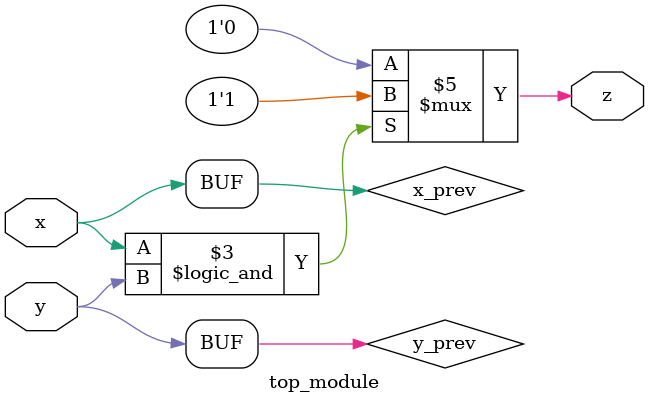
<source format=sv>
module top_module(
  input x,
  input y,
  output reg z
);
  
  reg x_prev, y_prev;
  
  always @(x or y) begin
    x_prev <= x;
    y_prev <= y;
  end
  
  always @(x_prev, y_prev) begin
    if(x_prev && y_prev)
      z <= 1;
    else
      z <= 0;
  end
  
endmodule

</source>
